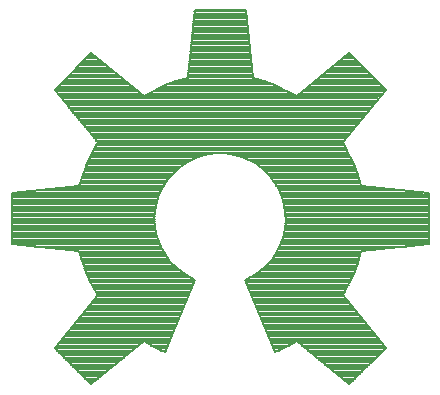
<source format=gbo>
G75*
G70*
%OFA0B0*%
%FSLAX24Y24*%
%IPPOS*%
%LPD*%
%AMOC8*
5,1,8,0,0,1.08239X$1,22.5*
%
%ADD10C,0.0080*%
D10*
X015613Y008618D02*
X017872Y008389D01*
X017977Y008004D01*
X018115Y007630D01*
X018282Y007268D01*
X018480Y006921D01*
X017045Y005162D01*
X018251Y003955D01*
X020011Y005390D01*
X020357Y005193D01*
X020719Y005025D01*
X021724Y007450D01*
X021492Y007563D01*
X021275Y007702D01*
X021076Y007865D01*
X020897Y008051D01*
X020742Y008256D01*
X020612Y008478D01*
X020508Y008714D01*
X020434Y008961D01*
X020388Y009214D01*
X020373Y009471D01*
X020391Y009749D01*
X020444Y010021D01*
X020530Y010285D01*
X020650Y010536D01*
X020800Y010770D01*
X020979Y010982D01*
X021183Y011170D01*
X021409Y011331D01*
X021654Y011462D01*
X021914Y011561D01*
X022184Y011626D01*
X022460Y011657D01*
X022737Y011652D01*
X023012Y011612D01*
X023280Y011537D01*
X023536Y011430D01*
X023776Y011290D01*
X023997Y011122D01*
X024194Y010926D01*
X024366Y010708D01*
X024508Y010469D01*
X024618Y010214D01*
X024696Y009948D01*
X024739Y009673D01*
X024747Y009396D01*
X024720Y009119D01*
X024658Y008849D01*
X024562Y008588D01*
X024434Y008341D01*
X024276Y008113D01*
X024090Y007907D01*
X023879Y007726D01*
X023647Y007573D01*
X023398Y007450D01*
X024402Y005025D01*
X024764Y005193D01*
X025111Y005390D01*
X026870Y003955D01*
X028077Y005162D01*
X026642Y006921D01*
X026839Y007268D01*
X027007Y007630D01*
X027144Y008004D01*
X027250Y008389D01*
X029509Y008618D01*
X029509Y010325D01*
X027250Y010554D01*
X027144Y010939D01*
X027007Y011313D01*
X026839Y011675D01*
X026642Y012022D01*
X028077Y013781D01*
X026870Y014988D01*
X025111Y013553D01*
X024764Y013750D01*
X024402Y013918D01*
X024028Y014055D01*
X023643Y014161D01*
X023414Y016419D01*
X021708Y016419D01*
X021478Y014161D01*
X021094Y014055D01*
X020719Y013918D01*
X020357Y013750D01*
X020011Y013553D01*
X018251Y014988D01*
X017045Y013781D01*
X018480Y012022D01*
X018282Y011675D01*
X018115Y011313D01*
X017977Y010939D01*
X017872Y010554D01*
X015613Y010325D01*
X015613Y008618D01*
X015613Y008619D02*
X020550Y008619D01*
X020516Y008697D02*
X015613Y008697D01*
X015613Y008776D02*
X020490Y008776D01*
X020466Y008855D02*
X015613Y008855D01*
X015613Y008933D02*
X020442Y008933D01*
X020425Y009012D02*
X015613Y009012D01*
X015613Y009090D02*
X020411Y009090D01*
X020397Y009169D02*
X015613Y009169D01*
X015613Y009247D02*
X020386Y009247D01*
X020382Y009326D02*
X015613Y009326D01*
X015613Y009404D02*
X020377Y009404D01*
X020374Y009483D02*
X015613Y009483D01*
X015613Y009561D02*
X020379Y009561D01*
X020384Y009640D02*
X015613Y009640D01*
X015613Y009719D02*
X020389Y009719D01*
X020400Y009797D02*
X015613Y009797D01*
X015613Y009876D02*
X020415Y009876D01*
X020431Y009954D02*
X015613Y009954D01*
X015613Y010033D02*
X020447Y010033D01*
X020473Y010111D02*
X015613Y010111D01*
X015613Y010190D02*
X020499Y010190D01*
X020525Y010268D02*
X015613Y010268D01*
X015833Y010347D02*
X020560Y010347D01*
X020597Y010425D02*
X016606Y010425D01*
X017378Y010504D02*
X020634Y010504D01*
X020680Y010583D02*
X017879Y010583D01*
X017901Y010661D02*
X020730Y010661D01*
X020781Y010740D02*
X017923Y010740D01*
X017944Y010818D02*
X020841Y010818D01*
X020907Y010897D02*
X017966Y010897D01*
X017991Y010975D02*
X020973Y010975D01*
X021056Y011054D02*
X018020Y011054D01*
X018048Y011132D02*
X021141Y011132D01*
X021240Y011211D02*
X018077Y011211D01*
X018106Y011289D02*
X021350Y011289D01*
X021478Y011368D02*
X018140Y011368D01*
X018176Y011446D02*
X021625Y011446D01*
X021819Y011525D02*
X018213Y011525D01*
X018249Y011604D02*
X022090Y011604D01*
X023042Y011604D02*
X026872Y011604D01*
X026835Y011682D02*
X018286Y011682D01*
X018331Y011761D02*
X026791Y011761D01*
X026746Y011839D02*
X018376Y011839D01*
X018420Y011918D02*
X026701Y011918D01*
X026657Y011996D02*
X018465Y011996D01*
X018436Y012075D02*
X026685Y012075D01*
X026749Y012153D02*
X018372Y012153D01*
X018308Y012232D02*
X026813Y012232D01*
X026877Y012310D02*
X018244Y012310D01*
X018180Y012389D02*
X026942Y012389D01*
X027006Y012468D02*
X018116Y012468D01*
X018052Y012546D02*
X027070Y012546D01*
X027134Y012625D02*
X017988Y012625D01*
X017924Y012703D02*
X027198Y012703D01*
X027262Y012782D02*
X017860Y012782D01*
X017796Y012860D02*
X027326Y012860D01*
X027390Y012939D02*
X017732Y012939D01*
X017668Y013017D02*
X027454Y013017D01*
X027518Y013096D02*
X017604Y013096D01*
X017539Y013174D02*
X027582Y013174D01*
X027646Y013253D02*
X017475Y013253D01*
X017411Y013332D02*
X027710Y013332D01*
X027774Y013410D02*
X017347Y013410D01*
X017283Y013489D02*
X027838Y013489D01*
X027902Y013567D02*
X025129Y013567D01*
X025086Y013567D02*
X020036Y013567D01*
X019993Y013567D02*
X017219Y013567D01*
X017155Y013646D02*
X019897Y013646D01*
X019800Y013724D02*
X017091Y013724D01*
X017066Y013803D02*
X019704Y013803D01*
X019608Y013881D02*
X017145Y013881D01*
X017223Y013960D02*
X019511Y013960D01*
X019415Y014038D02*
X017302Y014038D01*
X017381Y014117D02*
X019319Y014117D01*
X019222Y014196D02*
X017459Y014196D01*
X017538Y014274D02*
X019126Y014274D01*
X019030Y014353D02*
X017616Y014353D01*
X017695Y014431D02*
X018933Y014431D01*
X018837Y014510D02*
X017773Y014510D01*
X017852Y014588D02*
X018741Y014588D01*
X018645Y014667D02*
X017930Y014667D01*
X018009Y014745D02*
X018548Y014745D01*
X018452Y014824D02*
X018087Y014824D01*
X018166Y014902D02*
X018356Y014902D01*
X018259Y014981D02*
X018245Y014981D01*
X020174Y013646D02*
X024948Y013646D01*
X024809Y013724D02*
X020312Y013724D01*
X020471Y013803D02*
X024650Y013803D01*
X024481Y013881D02*
X020641Y013881D01*
X020834Y013960D02*
X024287Y013960D01*
X024073Y014038D02*
X021049Y014038D01*
X021319Y014117D02*
X023802Y014117D01*
X023640Y014196D02*
X021482Y014196D01*
X021490Y014274D02*
X023632Y014274D01*
X023624Y014353D02*
X021498Y014353D01*
X021506Y014431D02*
X023616Y014431D01*
X023608Y014510D02*
X021514Y014510D01*
X021522Y014588D02*
X023600Y014588D01*
X023592Y014667D02*
X021530Y014667D01*
X021538Y014745D02*
X023584Y014745D01*
X023576Y014824D02*
X021546Y014824D01*
X021554Y014902D02*
X023568Y014902D01*
X023560Y014981D02*
X021562Y014981D01*
X021570Y015059D02*
X023552Y015059D01*
X023544Y015138D02*
X021578Y015138D01*
X021586Y015217D02*
X023536Y015217D01*
X023528Y015295D02*
X021594Y015295D01*
X021601Y015374D02*
X023520Y015374D01*
X023512Y015452D02*
X021609Y015452D01*
X021617Y015531D02*
X023504Y015531D01*
X023496Y015609D02*
X021625Y015609D01*
X021633Y015688D02*
X023488Y015688D01*
X023480Y015766D02*
X021641Y015766D01*
X021649Y015845D02*
X023472Y015845D01*
X023464Y015923D02*
X021657Y015923D01*
X021665Y016002D02*
X023456Y016002D01*
X023448Y016081D02*
X021673Y016081D01*
X021681Y016159D02*
X023440Y016159D01*
X023432Y016238D02*
X021689Y016238D01*
X021697Y016316D02*
X023424Y016316D01*
X023416Y016395D02*
X021705Y016395D01*
X025514Y013881D02*
X027977Y013881D01*
X028055Y013803D02*
X025418Y013803D01*
X025321Y013724D02*
X028030Y013724D01*
X027966Y013646D02*
X025225Y013646D01*
X025610Y013960D02*
X027898Y013960D01*
X027820Y014038D02*
X025707Y014038D01*
X025803Y014117D02*
X027741Y014117D01*
X027662Y014196D02*
X025899Y014196D01*
X025996Y014274D02*
X027584Y014274D01*
X027505Y014353D02*
X026092Y014353D01*
X026188Y014431D02*
X027427Y014431D01*
X027348Y014510D02*
X026284Y014510D01*
X026381Y014588D02*
X027270Y014588D01*
X027191Y014667D02*
X026477Y014667D01*
X026573Y014745D02*
X027113Y014745D01*
X027034Y014824D02*
X026670Y014824D01*
X026766Y014902D02*
X026956Y014902D01*
X026877Y014981D02*
X026862Y014981D01*
X026909Y011525D02*
X023309Y011525D01*
X023496Y011446D02*
X026945Y011446D01*
X026982Y011368D02*
X023642Y011368D01*
X023777Y011289D02*
X027016Y011289D01*
X027044Y011211D02*
X023880Y011211D01*
X023983Y011132D02*
X027073Y011132D01*
X027102Y011054D02*
X024065Y011054D01*
X024145Y010975D02*
X027131Y010975D01*
X027156Y010897D02*
X024218Y010897D01*
X024279Y010818D02*
X027177Y010818D01*
X027199Y010740D02*
X024341Y010740D01*
X024393Y010661D02*
X027221Y010661D01*
X027242Y010583D02*
X024440Y010583D01*
X024487Y010504D02*
X027743Y010504D01*
X028516Y010425D02*
X024527Y010425D01*
X024561Y010347D02*
X029289Y010347D01*
X029509Y010268D02*
X024595Y010268D01*
X024625Y010190D02*
X029509Y010190D01*
X029509Y010111D02*
X024648Y010111D01*
X024671Y010033D02*
X029509Y010033D01*
X029509Y009954D02*
X024694Y009954D01*
X024707Y009876D02*
X029509Y009876D01*
X029509Y009797D02*
X024719Y009797D01*
X024732Y009719D02*
X029509Y009719D01*
X029509Y009640D02*
X024740Y009640D01*
X024742Y009561D02*
X029509Y009561D01*
X029509Y009483D02*
X024744Y009483D01*
X024747Y009404D02*
X029509Y009404D01*
X029509Y009326D02*
X024740Y009326D01*
X024732Y009247D02*
X029509Y009247D01*
X029509Y009169D02*
X024725Y009169D01*
X024713Y009090D02*
X029509Y009090D01*
X029509Y009012D02*
X024695Y009012D01*
X024677Y008933D02*
X029509Y008933D01*
X029509Y008855D02*
X024659Y008855D01*
X024631Y008776D02*
X029509Y008776D01*
X029509Y008697D02*
X024602Y008697D01*
X024573Y008619D02*
X029509Y008619D01*
X028741Y008540D02*
X024537Y008540D01*
X024496Y008462D02*
X027968Y008462D01*
X027248Y008383D02*
X024456Y008383D01*
X024408Y008305D02*
X027227Y008305D01*
X027205Y008226D02*
X024354Y008226D01*
X024299Y008148D02*
X027184Y008148D01*
X027162Y008069D02*
X024236Y008069D01*
X024165Y007991D02*
X027139Y007991D01*
X027110Y007912D02*
X024094Y007912D01*
X024004Y007834D02*
X027082Y007834D01*
X027053Y007755D02*
X023913Y007755D01*
X023804Y007676D02*
X027024Y007676D01*
X026992Y007598D02*
X023685Y007598D01*
X023538Y007519D02*
X026956Y007519D01*
X026919Y007441D02*
X023402Y007441D01*
X023434Y007362D02*
X026883Y007362D01*
X026846Y007284D02*
X023467Y007284D01*
X023499Y007205D02*
X026803Y007205D01*
X026759Y007127D02*
X023532Y007127D01*
X023565Y007048D02*
X026714Y007048D01*
X026669Y006970D02*
X023597Y006970D01*
X023630Y006891D02*
X026667Y006891D01*
X026731Y006812D02*
X023662Y006812D01*
X023695Y006734D02*
X026795Y006734D01*
X026859Y006655D02*
X023727Y006655D01*
X023760Y006577D02*
X026923Y006577D01*
X026987Y006498D02*
X023792Y006498D01*
X023825Y006420D02*
X027051Y006420D01*
X027115Y006341D02*
X023857Y006341D01*
X023890Y006263D02*
X027179Y006263D01*
X027243Y006184D02*
X023922Y006184D01*
X023955Y006106D02*
X027307Y006106D01*
X027371Y006027D02*
X023988Y006027D01*
X024020Y005948D02*
X027435Y005948D01*
X027499Y005870D02*
X024053Y005870D01*
X024085Y005791D02*
X027564Y005791D01*
X027628Y005713D02*
X024118Y005713D01*
X024150Y005634D02*
X027692Y005634D01*
X027756Y005556D02*
X024183Y005556D01*
X024215Y005477D02*
X027820Y005477D01*
X027884Y005399D02*
X024248Y005399D01*
X024280Y005320D02*
X024988Y005320D01*
X024850Y005242D02*
X024313Y005242D01*
X024345Y005163D02*
X024699Y005163D01*
X024530Y005084D02*
X024378Y005084D01*
X025197Y005320D02*
X027948Y005320D01*
X028012Y005242D02*
X025293Y005242D01*
X025390Y005163D02*
X028076Y005163D01*
X027999Y005084D02*
X025486Y005084D01*
X025582Y005006D02*
X027921Y005006D01*
X027842Y004927D02*
X025679Y004927D01*
X025775Y004849D02*
X027764Y004849D01*
X027685Y004770D02*
X025871Y004770D01*
X025967Y004692D02*
X027607Y004692D01*
X027528Y004613D02*
X026064Y004613D01*
X026160Y004535D02*
X027450Y004535D01*
X027371Y004456D02*
X026256Y004456D01*
X026353Y004378D02*
X027293Y004378D01*
X027214Y004299D02*
X026449Y004299D01*
X026545Y004221D02*
X027136Y004221D01*
X027057Y004142D02*
X026642Y004142D01*
X026738Y004063D02*
X026978Y004063D01*
X026900Y003985D02*
X026834Y003985D01*
X021524Y006970D02*
X018452Y006970D01*
X018455Y006891D02*
X021492Y006891D01*
X021459Y006812D02*
X018391Y006812D01*
X018327Y006734D02*
X021427Y006734D01*
X021394Y006655D02*
X018263Y006655D01*
X018199Y006577D02*
X021362Y006577D01*
X021329Y006498D02*
X018135Y006498D01*
X018071Y006420D02*
X021297Y006420D01*
X021264Y006341D02*
X018006Y006341D01*
X017942Y006263D02*
X021232Y006263D01*
X021199Y006184D02*
X017878Y006184D01*
X017814Y006106D02*
X021167Y006106D01*
X021134Y006027D02*
X017750Y006027D01*
X017686Y005948D02*
X021101Y005948D01*
X021069Y005870D02*
X017622Y005870D01*
X017558Y005791D02*
X021036Y005791D01*
X021004Y005713D02*
X017494Y005713D01*
X017430Y005634D02*
X020971Y005634D01*
X020939Y005556D02*
X017366Y005556D01*
X017302Y005477D02*
X020906Y005477D01*
X020874Y005399D02*
X017238Y005399D01*
X017174Y005320D02*
X019925Y005320D01*
X019828Y005242D02*
X017110Y005242D01*
X017046Y005163D02*
X019732Y005163D01*
X019636Y005084D02*
X017122Y005084D01*
X017201Y005006D02*
X019539Y005006D01*
X019443Y004927D02*
X017279Y004927D01*
X017358Y004849D02*
X019347Y004849D01*
X019250Y004770D02*
X017436Y004770D01*
X017515Y004692D02*
X019154Y004692D01*
X019058Y004613D02*
X017593Y004613D01*
X017672Y004535D02*
X018961Y004535D01*
X018865Y004456D02*
X017750Y004456D01*
X017829Y004378D02*
X018769Y004378D01*
X018672Y004299D02*
X017908Y004299D01*
X017986Y004221D02*
X018576Y004221D01*
X018480Y004142D02*
X018065Y004142D01*
X018143Y004063D02*
X018384Y004063D01*
X018287Y003985D02*
X018222Y003985D01*
X020134Y005320D02*
X020841Y005320D01*
X020809Y005242D02*
X020272Y005242D01*
X020422Y005163D02*
X020776Y005163D01*
X020744Y005084D02*
X020591Y005084D01*
X021557Y007048D02*
X018407Y007048D01*
X018363Y007127D02*
X021589Y007127D01*
X021622Y007205D02*
X018318Y007205D01*
X018275Y007284D02*
X021655Y007284D01*
X021687Y007362D02*
X018239Y007362D01*
X018202Y007441D02*
X021720Y007441D01*
X021582Y007519D02*
X018166Y007519D01*
X018129Y007598D02*
X021437Y007598D01*
X021315Y007676D02*
X018098Y007676D01*
X018069Y007755D02*
X021210Y007755D01*
X021114Y007834D02*
X018040Y007834D01*
X018011Y007912D02*
X021031Y007912D01*
X020955Y007991D02*
X017982Y007991D01*
X017960Y008069D02*
X020884Y008069D01*
X020824Y008148D02*
X017938Y008148D01*
X017916Y008226D02*
X020765Y008226D01*
X020713Y008305D02*
X017895Y008305D01*
X017873Y008383D02*
X020667Y008383D01*
X020621Y008462D02*
X017154Y008462D01*
X016381Y008540D02*
X020585Y008540D01*
M02*

</source>
